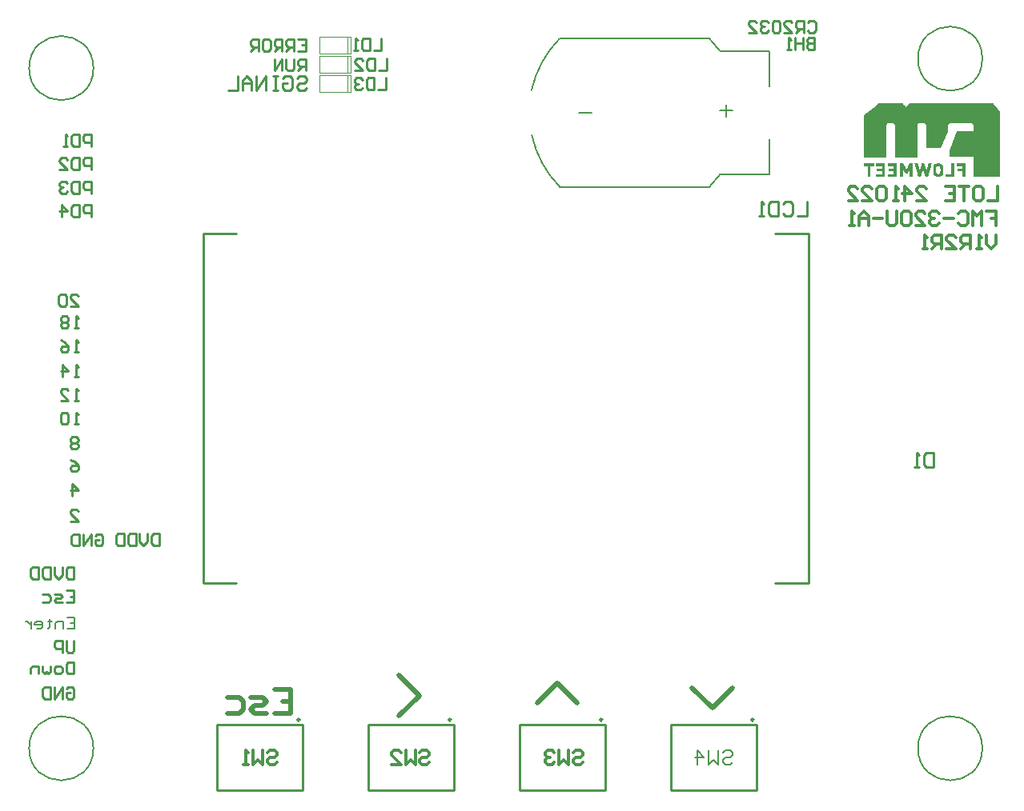
<source format=gbo>
G04*
G04 #@! TF.GenerationSoftware,Altium Limited,Altium Designer,24.4.1 (13)*
G04*
G04 Layer_Color=32896*
%FSLAX44Y44*%
%MOMM*%
G71*
G04*
G04 #@! TF.SameCoordinates,FF2F9DB4-C514-40A0-8A38-6625478132A2*
G04*
G04*
G04 #@! TF.FilePolarity,Positive*
G04*
G01*
G75*
%ADD10C,0.2000*%
%ADD12C,0.3000*%
%ADD13C,0.2500*%
%ADD15C,0.2540*%
%ADD17C,0.1000*%
%ADD57C,0.5000*%
G36*
X1045720Y742101D02*
X1046081D01*
Y741377D01*
X1046443D01*
Y741016D01*
X1046804D01*
Y740654D01*
X1047166D01*
Y740293D01*
X1047527D01*
Y739931D01*
X1047889D01*
Y739570D01*
X1048251D01*
Y738847D01*
X1048612D01*
Y738485D01*
X1048974D01*
Y738123D01*
X1049335D01*
Y737762D01*
X1049697D01*
Y737400D01*
X1050058D01*
Y737039D01*
X1050420D01*
Y736316D01*
X1050781D01*
Y735954D01*
X1051143D01*
Y735593D01*
X1051504D01*
Y735231D01*
X1051866D01*
Y734870D01*
X1052227D01*
Y734508D01*
X1052589D01*
Y664730D01*
X1024389D01*
Y686061D01*
X999803D01*
Y686423D01*
X999442D01*
Y693653D01*
X999803D01*
Y694377D01*
X1000165D01*
Y695461D01*
X1000527D01*
Y696184D01*
X1000888D01*
Y697269D01*
X1001250D01*
Y698354D01*
X1001611D01*
Y699077D01*
X1001973D01*
Y700161D01*
X1002334D01*
Y700884D01*
X1002696D01*
Y701969D01*
X1003057D01*
Y702692D01*
X1003419D01*
Y703777D01*
X1003780D01*
Y704861D01*
X1004142D01*
Y705584D01*
X1004503D01*
Y706669D01*
X1004865D01*
Y707392D01*
X1005227D01*
Y708477D01*
X1005588D01*
Y709561D01*
X1005950D01*
Y710285D01*
X1006311D01*
Y711369D01*
X1006673D01*
Y712454D01*
X1007034D01*
Y712815D01*
X1024750D01*
Y719685D01*
X1024389D01*
Y720046D01*
X1024027D01*
Y720408D01*
X1023665D01*
Y721131D01*
X1023304D01*
Y721492D01*
X1022942D01*
Y721854D01*
X999803D01*
Y721492D01*
X999442D01*
Y721131D01*
X999080D01*
Y720769D01*
X998719D01*
Y720408D01*
X998357D01*
Y720046D01*
X997996D01*
Y719685D01*
X997634D01*
Y712454D01*
X997273D01*
Y711369D01*
X996911D01*
Y710646D01*
X996550D01*
Y709923D01*
X996188D01*
Y708838D01*
X995826D01*
Y708115D01*
X995465D01*
Y707392D01*
X995103D01*
Y706308D01*
X994742D01*
Y705584D01*
X994380D01*
Y704861D01*
X994019D01*
Y703777D01*
X993657D01*
Y703054D01*
X993296D01*
Y701969D01*
X992934D01*
Y701246D01*
X992572D01*
Y700523D01*
X992211D01*
Y699438D01*
X991849D01*
Y698715D01*
X991488D01*
Y697992D01*
X991126D01*
Y696907D01*
X990765D01*
Y696184D01*
X990403D01*
Y695461D01*
X974495D01*
Y720408D01*
X974134D01*
Y720769D01*
X973772D01*
Y721131D01*
X973411D01*
Y721492D01*
X973049D01*
Y721854D01*
X966903D01*
Y721492D01*
X966180D01*
Y721131D01*
X965818D01*
Y720408D01*
X965456D01*
Y720046D01*
X965095D01*
Y685338D01*
X941956D01*
Y684976D01*
X941595D01*
Y720408D01*
X941233D01*
Y720769D01*
X940872D01*
Y721131D01*
X940510D01*
Y721492D01*
X940148D01*
Y721854D01*
X934002D01*
Y721492D01*
X933641D01*
Y721131D01*
X933279D01*
Y720769D01*
X932917D01*
Y720046D01*
X932556D01*
Y685338D01*
X909055D01*
Y730170D01*
X909417D01*
Y730531D01*
X909779D01*
Y730893D01*
X910140D01*
Y731254D01*
X910863D01*
Y731616D01*
X911225D01*
Y731977D01*
X911586D01*
Y732339D01*
X911948D01*
Y732700D01*
X912671D01*
Y733062D01*
X913033D01*
Y733423D01*
X913394D01*
Y733785D01*
X913756D01*
Y734146D01*
X914479D01*
Y734508D01*
X914840D01*
Y734870D01*
X915202D01*
Y735231D01*
X915563D01*
Y735593D01*
X916286D01*
Y735954D01*
X916648D01*
Y736316D01*
X917010D01*
Y736677D01*
X917733D01*
Y737039D01*
X918094D01*
Y737400D01*
X918456D01*
Y737762D01*
X918817D01*
Y738123D01*
X919540D01*
Y738485D01*
X919902D01*
Y738847D01*
X920263D01*
Y739208D01*
X920625D01*
Y739570D01*
X921348D01*
Y739931D01*
X921710D01*
Y740293D01*
X922071D01*
Y740654D01*
X922433D01*
Y741016D01*
X923156D01*
Y741377D01*
X923517D01*
Y741739D01*
X923879D01*
Y742101D01*
X924240D01*
Y742462D01*
X949910D01*
Y742101D01*
X950272D01*
Y741739D01*
X950633D01*
Y741377D01*
X950995D01*
Y741016D01*
X951356D01*
Y740654D01*
X951718D01*
Y740293D01*
X952079D01*
Y739931D01*
X952441D01*
Y739570D01*
X952803D01*
Y739208D01*
X953164D01*
Y738847D01*
X953887D01*
Y739208D01*
X954249D01*
Y739570D01*
X954610D01*
Y739931D01*
X954972D01*
Y740293D01*
X955333D01*
Y740654D01*
X955695D01*
Y741016D01*
X956056D01*
Y741377D01*
X956418D01*
Y741739D01*
X956779D01*
Y742101D01*
X957141D01*
Y742462D01*
X1045720D01*
Y742101D01*
D02*
G37*
G36*
X960395Y664730D02*
X957141D01*
Y671599D01*
X956779D01*
Y671238D01*
X956418D01*
Y670515D01*
X956056D01*
Y669791D01*
X955695D01*
Y669430D01*
X955333D01*
Y668707D01*
X954972D01*
Y668345D01*
X952441D01*
Y669068D01*
X952079D01*
Y669430D01*
X951718D01*
Y670153D01*
X951356D01*
Y670876D01*
X950995D01*
Y671599D01*
X950272D01*
Y664730D01*
X947018D01*
Y679192D01*
X950633D01*
Y678468D01*
X950995D01*
Y677745D01*
X951356D01*
Y677022D01*
X951718D01*
Y676299D01*
X952079D01*
Y675576D01*
X952441D01*
Y674853D01*
X952803D01*
Y674130D01*
X953164D01*
Y673407D01*
X953526D01*
Y672684D01*
X953887D01*
Y673045D01*
X954249D01*
Y673768D01*
X954610D01*
Y674492D01*
X954972D01*
Y675215D01*
X955333D01*
Y675938D01*
X955695D01*
Y676661D01*
X956056D01*
Y677384D01*
X956418D01*
Y678107D01*
X956779D01*
Y678830D01*
X957141D01*
Y679192D01*
X960395D01*
Y664730D01*
D02*
G37*
G36*
X980641Y678468D02*
X980280D01*
Y677384D01*
X979918D01*
Y675938D01*
X979557D01*
Y674492D01*
X979195D01*
Y673407D01*
X978834D01*
Y671961D01*
X978472D01*
Y670515D01*
X978111D01*
Y669430D01*
X977749D01*
Y667984D01*
X977388D01*
Y666537D01*
X977026D01*
Y665453D01*
X976665D01*
Y664730D01*
X973772D01*
Y665815D01*
X973411D01*
Y666899D01*
X973049D01*
Y667984D01*
X972688D01*
Y669068D01*
X972326D01*
Y670153D01*
X971964D01*
Y671238D01*
X971603D01*
Y671961D01*
X971241D01*
Y671238D01*
X970880D01*
Y670153D01*
X970518D01*
Y669068D01*
X970157D01*
Y667622D01*
X969795D01*
Y666537D01*
X969434D01*
Y665453D01*
X969072D01*
Y664730D01*
X966180D01*
Y665815D01*
X965818D01*
Y666899D01*
X965456D01*
Y668345D01*
X965095D01*
Y669791D01*
X964734D01*
Y670876D01*
X964372D01*
Y672322D01*
X964010D01*
Y673407D01*
X963649D01*
Y674853D01*
X963287D01*
Y676299D01*
X962926D01*
Y677384D01*
X962564D01*
Y678830D01*
X962203D01*
Y679192D01*
X965818D01*
Y678468D01*
X966180D01*
Y677022D01*
X966541D01*
Y675576D01*
X966903D01*
Y674130D01*
X967264D01*
Y672684D01*
X967626D01*
Y671599D01*
X967987D01*
Y672322D01*
X968349D01*
Y673407D01*
X968710D01*
Y674492D01*
X969072D01*
Y675938D01*
X969434D01*
Y677022D01*
X969795D01*
Y678107D01*
X970157D01*
Y679192D01*
X972688D01*
Y678468D01*
X973049D01*
Y677384D01*
X973411D01*
Y676299D01*
X973772D01*
Y674853D01*
X974134D01*
Y673768D01*
X974495D01*
Y672684D01*
X974857D01*
Y671599D01*
X975218D01*
Y672322D01*
X975580D01*
Y673407D01*
X975941D01*
Y675215D01*
X976303D01*
Y676661D01*
X976665D01*
Y678107D01*
X977026D01*
Y679192D01*
X980641D01*
Y678468D01*
D02*
G37*
G36*
X1016434Y664730D02*
X1013181D01*
Y670515D01*
X1007757D01*
Y673407D01*
X1013181D01*
Y676299D01*
X1007034D01*
Y679192D01*
X1016434D01*
Y664730D01*
D02*
G37*
G36*
X1004142D02*
X994742D01*
Y667622D01*
X1000888D01*
Y679192D01*
X1004142D01*
Y664730D01*
D02*
G37*
G36*
X989319Y678830D02*
X990042D01*
Y678468D01*
X990765D01*
Y678107D01*
X991126D01*
Y677745D01*
X991488D01*
Y677384D01*
X991849D01*
Y677022D01*
X992211D01*
Y676299D01*
X992572D01*
Y674853D01*
X992934D01*
Y669430D01*
X992572D01*
Y667622D01*
X992211D01*
Y666899D01*
X991849D01*
Y666537D01*
X991488D01*
Y666176D01*
X991126D01*
Y665815D01*
X990765D01*
Y665453D01*
X990042D01*
Y665091D01*
X989319D01*
Y664730D01*
X985703D01*
Y665091D01*
X984980D01*
Y665453D01*
X984257D01*
Y665815D01*
X983895D01*
Y666176D01*
X983172D01*
Y666899D01*
X982811D01*
Y667261D01*
X982449D01*
Y668345D01*
X982088D01*
Y675576D01*
X982449D01*
Y676661D01*
X982811D01*
Y677384D01*
X983172D01*
Y677745D01*
X983534D01*
Y678107D01*
X984257D01*
Y678468D01*
X984619D01*
Y678830D01*
X985703D01*
Y679192D01*
X989319D01*
Y678830D01*
D02*
G37*
G36*
X943764Y664730D02*
X934002D01*
Y667622D01*
X940510D01*
Y670515D01*
X935087D01*
Y673407D01*
X940510D01*
Y676299D01*
X934002D01*
Y679192D01*
X943764D01*
Y664730D01*
D02*
G37*
G36*
X931110D02*
X921710D01*
Y667622D01*
X927856D01*
Y670515D01*
X922433D01*
Y673407D01*
X927856D01*
Y676299D01*
X921710D01*
Y679192D01*
X931110D01*
Y664730D01*
D02*
G37*
G36*
X919540Y676299D02*
X915925D01*
Y664730D01*
X912671D01*
Y676299D01*
X909055D01*
Y679192D01*
X919540D01*
Y676299D01*
D02*
G37*
%LPC*%
G36*
X988234D02*
X986426D01*
Y675938D01*
X986065D01*
Y675576D01*
X985703D01*
Y675215D01*
Y674853D01*
X985342D01*
Y674492D01*
Y674130D01*
Y673768D01*
Y673407D01*
Y673045D01*
Y672684D01*
Y672322D01*
Y671961D01*
Y671599D01*
Y671238D01*
Y670876D01*
Y670515D01*
Y670153D01*
Y669791D01*
Y669430D01*
Y669068D01*
X985703D01*
Y668707D01*
Y668345D01*
X986065D01*
Y667984D01*
X986426D01*
Y667622D01*
X988234D01*
Y667984D01*
X988957D01*
Y668345D01*
Y668707D01*
X989319D01*
Y669068D01*
Y669430D01*
Y669791D01*
Y670153D01*
Y670515D01*
X989680D01*
Y670876D01*
Y671238D01*
Y671599D01*
Y671961D01*
Y672322D01*
Y672684D01*
Y673045D01*
X989319D01*
Y673407D01*
Y673768D01*
Y674130D01*
Y674492D01*
Y674853D01*
Y675215D01*
X988957D01*
Y675576D01*
Y675938D01*
X988234D01*
Y676299D01*
D02*
G37*
%LPD*%
D10*
X586907Y811115D02*
G03*
X557295Y756462I79343J-78339D01*
G01*
X745587Y654431D02*
G03*
X756641Y667494I-79337J78345D01*
G01*
X756802Y797863D02*
G03*
X745107Y811634I-90556J-65053D01*
G01*
X557638Y708929D02*
G03*
X587250Y654276I108955J23686D01*
G01*
X94000Y780000D02*
G03*
X94000Y780000I-34000J0D01*
G01*
Y60000D02*
G03*
X94000Y60000I-34000J0D01*
G01*
X1034000Y790000D02*
G03*
X1034000Y790000I-34000J0D01*
G01*
Y60000D02*
G03*
X1034000Y60000I-34000J0D01*
G01*
X587250Y811276D02*
X745250Y811776D01*
X587250Y654276D02*
X745250D01*
X757250Y797776D02*
X809000D01*
X757250Y667776D02*
X808750D01*
X809000Y761026D02*
Y797776D01*
X808750Y667776D02*
Y704526D01*
X607500Y733026D02*
X620829D01*
X756250Y734862D02*
X769579D01*
X762915Y728197D02*
Y741526D01*
X66003Y198522D02*
X74000D01*
Y186526D01*
X66003D01*
X74000Y192524D02*
X70001D01*
X62004Y186526D02*
Y194523D01*
X56006D01*
X54006Y192524D01*
Y186526D01*
X48008Y196523D02*
Y194523D01*
X50008D01*
X46009D01*
X48008D01*
Y188525D01*
X46009Y186526D01*
X34013D02*
X38012D01*
X40011Y188525D01*
Y192524D01*
X38012Y194523D01*
X34013D01*
X32014Y192524D01*
Y190525D01*
X40011D01*
X28015Y194523D02*
Y186526D01*
Y190525D01*
X26016Y192524D01*
X24016Y194523D01*
X22017D01*
X759747Y55024D02*
X762246Y57524D01*
X767244D01*
X769743Y55024D01*
Y52525D01*
X767244Y50026D01*
X762246D01*
X759747Y47527D01*
Y45028D01*
X762246Y42528D01*
X767244D01*
X769743Y45028D01*
X754748Y57524D02*
Y42528D01*
X749750Y47527D01*
X744752Y42528D01*
Y57524D01*
X732256Y42528D02*
Y57524D01*
X739753Y50026D01*
X729756D01*
D12*
X1038503Y628689D02*
X1048500D01*
Y621192D01*
X1043502D01*
X1048500D01*
Y613694D01*
X1033505D02*
Y628689D01*
X1028506Y623691D01*
X1023508Y628689D01*
Y613694D01*
X1008513Y626190D02*
X1011012Y628689D01*
X1016011D01*
X1018510Y626190D01*
Y616193D01*
X1016011Y613694D01*
X1011012D01*
X1008513Y616193D01*
X1003515Y621192D02*
X993518D01*
X988519Y626190D02*
X986020Y628689D01*
X981022D01*
X978523Y626190D01*
Y623691D01*
X981022Y621192D01*
X983521D01*
X981022D01*
X978523Y618693D01*
Y616193D01*
X981022Y613694D01*
X986020D01*
X988519Y616193D01*
X963528Y613694D02*
X973524D01*
X963528Y623691D01*
Y626190D01*
X966027Y628689D01*
X971025D01*
X973524Y626190D01*
X958529D02*
X956030Y628689D01*
X951032D01*
X948532Y626190D01*
Y616193D01*
X951032Y613694D01*
X956030D01*
X958529Y616193D01*
Y626190D01*
X943534Y628689D02*
Y616193D01*
X941035Y613694D01*
X936036D01*
X933537Y616193D01*
Y628689D01*
X928539Y621192D02*
X918542D01*
X913544Y613694D02*
Y623691D01*
X908545Y628689D01*
X903547Y623691D01*
Y613694D01*
Y621192D01*
X913544D01*
X898549Y613694D02*
X893550D01*
X896049D01*
Y628689D01*
X898549Y626190D01*
X1048500Y603495D02*
Y593498D01*
X1043502Y588500D01*
X1038503Y593498D01*
Y603495D01*
X1033505Y588500D02*
X1028506D01*
X1031006D01*
Y603495D01*
X1033505Y600996D01*
X1021009Y588500D02*
Y603495D01*
X1013511D01*
X1011012Y600996D01*
Y595998D01*
X1013511Y593498D01*
X1021009D01*
X1016011D02*
X1011012Y588500D01*
X996017D02*
X1006014D01*
X996017Y598497D01*
Y600996D01*
X998516Y603495D01*
X1003515D01*
X1006014Y600996D01*
X991019Y588500D02*
Y603495D01*
X983521D01*
X981022Y600996D01*
Y595998D01*
X983521Y593498D01*
X991019D01*
X986020D02*
X981022Y588500D01*
X976023D02*
X971025D01*
X973524D01*
Y603495D01*
X976023Y600996D01*
X1049750Y654495D02*
Y639500D01*
X1039753D01*
X1027257Y654495D02*
X1032256D01*
X1034755Y651996D01*
Y641999D01*
X1032256Y639500D01*
X1027257D01*
X1024758Y641999D01*
Y651996D01*
X1027257Y654495D01*
X1019760D02*
X1009763D01*
X1014761D01*
Y639500D01*
X994768Y654495D02*
X1004765D01*
Y639500D01*
X994768D01*
X1004765Y646998D02*
X999766D01*
X964778Y639500D02*
X974774D01*
X964778Y649497D01*
Y651996D01*
X967277Y654495D01*
X972275D01*
X974774Y651996D01*
X952282Y639500D02*
Y654495D01*
X959779Y646998D01*
X949782D01*
X944784Y639500D02*
X939786D01*
X942285D01*
Y654495D01*
X944784Y651996D01*
X932288D02*
X929789Y654495D01*
X924790D01*
X922291Y651996D01*
Y641999D01*
X924790Y639500D01*
X929789D01*
X932288Y641999D01*
Y651996D01*
X907296Y639500D02*
X917293D01*
X907296Y649497D01*
Y651996D01*
X909795Y654495D01*
X914794D01*
X917293Y651996D01*
X892301Y639500D02*
X902298D01*
X892301Y649497D01*
Y651996D01*
X894800Y654495D01*
X899799D01*
X902298Y651996D01*
X601497Y55524D02*
X603996Y58024D01*
X608994D01*
X611493Y55524D01*
Y53025D01*
X608994Y50526D01*
X603996D01*
X601497Y48027D01*
Y45528D01*
X603996Y43028D01*
X608994D01*
X611493Y45528D01*
X596498Y58024D02*
Y43028D01*
X591500Y48027D01*
X586502Y43028D01*
Y58024D01*
X581503Y55524D02*
X579004Y58024D01*
X574006D01*
X571507Y55524D01*
Y53025D01*
X574006Y50526D01*
X576505D01*
X574006D01*
X571507Y48027D01*
Y45528D01*
X574006Y43028D01*
X579004D01*
X581503Y45528D01*
X439247Y55524D02*
X441746Y58024D01*
X446744D01*
X449244Y55524D01*
Y53025D01*
X446744Y50526D01*
X441746D01*
X439247Y48027D01*
Y45528D01*
X441746Y43028D01*
X446744D01*
X449244Y45528D01*
X434248Y58024D02*
Y43028D01*
X429250Y48027D01*
X424252Y43028D01*
Y58024D01*
X409257Y43028D02*
X419253D01*
X409257Y53025D01*
Y55524D01*
X411756Y58024D01*
X416754D01*
X419253Y55524D01*
X277997Y55274D02*
X280497Y57774D01*
X285495D01*
X287994Y55274D01*
Y52775D01*
X285495Y50276D01*
X280497D01*
X277997Y47777D01*
Y45278D01*
X280497Y42778D01*
X285495D01*
X287994Y45278D01*
X272999Y57774D02*
Y42778D01*
X268001Y47777D01*
X263002Y42778D01*
Y57774D01*
X258004Y42778D02*
X253006D01*
X255505D01*
Y57774D01*
X258004Y55274D01*
D13*
X792250Y90276D02*
G03*
X792250Y90276I-1250J0D01*
G01*
X632250D02*
G03*
X632250Y90276I-1250J0D01*
G01*
X472250D02*
G03*
X472250Y90276I-1250J0D01*
G01*
X312250D02*
G03*
X312250Y90276I-1250J0D01*
G01*
X91500Y672517D02*
Y685013D01*
X85252D01*
X83169Y682931D01*
Y678765D01*
X85252Y676683D01*
X91500D01*
X79004Y685013D02*
Y672517D01*
X72756D01*
X70673Y674600D01*
Y682931D01*
X72756Y685013D01*
X79004D01*
X58177Y672517D02*
X66508D01*
X58177Y680848D01*
Y682931D01*
X60260Y685013D01*
X64425D01*
X66508Y682931D01*
X91500Y647509D02*
Y660005D01*
X85252D01*
X83169Y657922D01*
Y653757D01*
X85252Y651674D01*
X91500D01*
X79004Y660005D02*
Y647509D01*
X72756D01*
X70673Y649591D01*
Y657922D01*
X72756Y660005D01*
X79004D01*
X66508Y657922D02*
X64425Y660005D01*
X60260D01*
X58177Y657922D01*
Y655839D01*
X60260Y653757D01*
X62343D01*
X60260D01*
X58177Y651674D01*
Y649591D01*
X60260Y647509D01*
X64425D01*
X66508Y649591D01*
X91500Y622500D02*
Y634996D01*
X85252D01*
X83169Y632913D01*
Y628748D01*
X85252Y626665D01*
X91500D01*
X79004Y634996D02*
Y622500D01*
X72756D01*
X70673Y624583D01*
Y632913D01*
X72756Y634996D01*
X79004D01*
X60260Y622500D02*
Y634996D01*
X66508Y628748D01*
X58177D01*
X91500Y697526D02*
Y710022D01*
X85252D01*
X83169Y707939D01*
Y703774D01*
X85252Y701691D01*
X91500D01*
X79004Y710022D02*
Y697526D01*
X72756D01*
X70673Y699609D01*
Y707939D01*
X72756Y710022D01*
X79004D01*
X66508Y697526D02*
X62343D01*
X64425D01*
Y710022D01*
X66508Y707939D01*
X95669Y284689D02*
X97752Y286772D01*
X101917D01*
X104000Y284689D01*
Y276359D01*
X101917Y274276D01*
X97752D01*
X95669Y276359D01*
Y280524D01*
X99835D01*
X91504Y274276D02*
Y286772D01*
X83173Y274276D01*
Y286772D01*
X79008D02*
Y274276D01*
X72760D01*
X70677Y276359D01*
Y284689D01*
X72760Y286772D01*
X79008D01*
X73500Y173996D02*
Y163583D01*
X71417Y161500D01*
X67252D01*
X65169Y163583D01*
Y173996D01*
X61004Y161500D02*
Y173996D01*
X54756D01*
X52673Y171913D01*
Y167748D01*
X54756Y165665D01*
X61004D01*
X65169Y227022D02*
X73500D01*
Y214526D01*
X65169D01*
X73500Y220774D02*
X69335D01*
X61004Y214526D02*
X54756D01*
X52673Y216609D01*
X54756Y218691D01*
X58921D01*
X61004Y220774D01*
X58921Y222857D01*
X52673D01*
X40177D02*
X46425D01*
X48508Y220774D01*
Y216609D01*
X46425Y214526D01*
X40177D01*
X73500Y251772D02*
Y239276D01*
X67252D01*
X65169Y241359D01*
Y249689D01*
X67252Y251772D01*
X73500D01*
X61004D02*
Y243441D01*
X56839Y239276D01*
X52673Y243441D01*
Y251772D01*
X48508D02*
Y239276D01*
X42260D01*
X40177Y241359D01*
Y249689D01*
X42260Y251772D01*
X48508D01*
X36012D02*
Y239276D01*
X29764D01*
X27682Y241359D01*
Y249689D01*
X29764Y251772D01*
X36012D01*
X163750Y287272D02*
Y274776D01*
X157502D01*
X155419Y276859D01*
Y285189D01*
X157502Y287272D01*
X163750D01*
X151254D02*
Y278941D01*
X147089Y274776D01*
X142923Y278941D01*
Y287272D01*
X138758D02*
Y274776D01*
X132510D01*
X130428Y276859D01*
Y285189D01*
X132510Y287272D01*
X138758D01*
X126262D02*
Y274776D01*
X120014D01*
X117931Y276859D01*
Y285189D01*
X120014Y287272D01*
X126262D01*
X73500Y151272D02*
Y138776D01*
X67252D01*
X65169Y140859D01*
Y149189D01*
X67252Y151272D01*
X73500D01*
X58921Y138776D02*
X54756D01*
X52673Y140859D01*
Y145024D01*
X54756Y147107D01*
X58921D01*
X61004Y145024D01*
Y140859D01*
X58921Y138776D01*
X48508Y147107D02*
Y140859D01*
X46425Y138776D01*
X44343Y140859D01*
X42260Y138776D01*
X40177Y140859D01*
Y147107D01*
X36012Y138776D02*
Y147107D01*
X29764D01*
X27682Y145024D01*
Y138776D01*
X65169Y122689D02*
X67252Y124772D01*
X71417D01*
X73500Y122689D01*
Y114359D01*
X71417Y112276D01*
X67252D01*
X65169Y114359D01*
Y118524D01*
X69335D01*
X61004Y112276D02*
Y124772D01*
X52673Y112276D01*
Y124772D01*
X48508D02*
Y112276D01*
X42260D01*
X40177Y114359D01*
Y122689D01*
X42260Y124772D01*
X48508D01*
X78000Y403026D02*
X73835D01*
X75917D01*
Y415522D01*
X78000Y413439D01*
X67587D02*
X65504Y415522D01*
X61339D01*
X59256Y413439D01*
Y405109D01*
X61339Y403026D01*
X65504D01*
X67587Y405109D01*
Y413439D01*
X78000Y504776D02*
X73835D01*
X75917D01*
Y517272D01*
X78000Y515189D01*
X67587D02*
X65504Y517272D01*
X61339D01*
X59256Y515189D01*
Y513107D01*
X61339Y511024D01*
X59256Y508941D01*
Y506859D01*
X61339Y504776D01*
X65504D01*
X67587Y506859D01*
Y508941D01*
X65504Y511024D01*
X67587Y513107D01*
Y515189D01*
X65504Y511024D02*
X61339D01*
X78000Y428276D02*
X73835D01*
X75917D01*
Y440772D01*
X78000Y438689D01*
X59256Y428276D02*
X67587D01*
X59256Y436607D01*
Y438689D01*
X61339Y440772D01*
X65504D01*
X67587Y438689D01*
X78000Y453276D02*
X73835D01*
X75917D01*
Y465772D01*
X78000Y463689D01*
X61339Y453276D02*
Y465772D01*
X67587Y459524D01*
X59256D01*
X78000Y479526D02*
X73835D01*
X75917D01*
Y492022D01*
X78000Y489939D01*
X59256Y492022D02*
X63421Y489939D01*
X67587Y485774D01*
Y481609D01*
X65504Y479526D01*
X61339D01*
X59256Y481609D01*
Y483691D01*
X61339Y485774D01*
X67587D01*
X69669Y528026D02*
X78000D01*
X69669Y536357D01*
Y538439D01*
X71752Y540522D01*
X75917D01*
X78000Y538439D01*
X65504D02*
X63421Y540522D01*
X59256D01*
X57173Y538439D01*
Y530109D01*
X59256Y528026D01*
X63421D01*
X65504Y530109D01*
Y538439D01*
X69669Y300276D02*
X78000D01*
X69669Y308607D01*
Y310689D01*
X71752Y312772D01*
X75917D01*
X78000Y310689D01*
X71752Y327026D02*
Y339522D01*
X78000Y333274D01*
X69669D01*
X78000Y387439D02*
X75917Y389522D01*
X71752D01*
X69669Y387439D01*
Y385357D01*
X71752Y383274D01*
X69669Y381191D01*
Y379109D01*
X71752Y377026D01*
X75917D01*
X78000Y379109D01*
Y381191D01*
X75917Y383274D01*
X78000Y385357D01*
Y387439D01*
X75917Y383274D02*
X71752D01*
X69669Y365522D02*
X73835Y363439D01*
X78000Y359274D01*
Y355109D01*
X75917Y353026D01*
X71752D01*
X69669Y355109D01*
Y357191D01*
X71752Y359274D01*
X78000D01*
X856579Y812248D02*
Y799752D01*
X850331D01*
X848248Y801835D01*
Y803917D01*
X850331Y806000D01*
X856579D01*
X850331D01*
X848248Y808083D01*
Y810165D01*
X850331Y812248D01*
X856579D01*
X844083D02*
Y799752D01*
Y806000D01*
X835752D01*
Y812248D01*
Y799752D01*
X831587D02*
X827421D01*
X829504D01*
Y812248D01*
X831587Y810165D01*
X849325Y828165D02*
X851407Y830248D01*
X855573D01*
X857655Y828165D01*
Y819835D01*
X855573Y817752D01*
X851407D01*
X849325Y819835D01*
X845159Y817752D02*
Y830248D01*
X838911D01*
X836829Y828165D01*
Y824000D01*
X838911Y821917D01*
X845159D01*
X840994D02*
X836829Y817752D01*
X824333D02*
X832663D01*
X824333Y826083D01*
Y828165D01*
X826415Y830248D01*
X830581D01*
X832663Y828165D01*
X820167D02*
X818085Y830248D01*
X813919D01*
X811837Y828165D01*
Y819835D01*
X813919Y817752D01*
X818085D01*
X820167Y819835D01*
Y828165D01*
X807671D02*
X805589Y830248D01*
X801423D01*
X799341Y828165D01*
Y826083D01*
X801423Y824000D01*
X803506D01*
X801423D01*
X799341Y821917D01*
Y819835D01*
X801423Y817752D01*
X805589D01*
X807671Y819835D01*
X786845Y817752D02*
X795175D01*
X786845Y826083D01*
Y828165D01*
X788927Y830248D01*
X793093D01*
X795175Y828165D01*
X398589Y811450D02*
Y798954D01*
X390258D01*
X386093Y811450D02*
Y798954D01*
X379845D01*
X377762Y801037D01*
Y809367D01*
X379845Y811450D01*
X386093D01*
X373597Y798954D02*
X369431D01*
X371514D01*
Y811450D01*
X373597Y809367D01*
X310327Y810774D02*
X318657D01*
Y798278D01*
X310327D01*
X318657Y804526D02*
X314492D01*
X306161Y798278D02*
Y810774D01*
X299913D01*
X297831Y808691D01*
Y804526D01*
X299913Y802443D01*
X306161D01*
X301996D02*
X297831Y798278D01*
X293665D02*
Y810774D01*
X287417D01*
X285335Y808691D01*
Y804526D01*
X287417Y802443D01*
X293665D01*
X289500D02*
X285335Y798278D01*
X274921Y810774D02*
X279087D01*
X281169Y808691D01*
Y800361D01*
X279087Y798278D01*
X274921D01*
X272839Y800361D01*
Y808691D01*
X274921Y810774D01*
X268673Y798278D02*
Y810774D01*
X262425D01*
X260343Y808691D01*
Y804526D01*
X262425Y802443D01*
X268673D01*
X264508D02*
X260343Y798278D01*
X403973Y790114D02*
Y777618D01*
X395643D01*
X391477Y790114D02*
Y777618D01*
X385229D01*
X383147Y779701D01*
Y788031D01*
X385229Y790114D01*
X391477D01*
X370651Y777618D02*
X378981D01*
X370651Y785949D01*
Y788031D01*
X372733Y790114D01*
X376899D01*
X378981Y788031D01*
X318661Y777278D02*
Y789774D01*
X312413D01*
X310331Y787691D01*
Y783526D01*
X312413Y781443D01*
X318661D01*
X314496D02*
X310331Y777278D01*
X306165Y789774D02*
Y779361D01*
X304083Y777278D01*
X299917D01*
X297835Y779361D01*
Y789774D01*
X293669Y777278D02*
Y789774D01*
X285339Y777278D01*
Y789774D01*
X403465Y769540D02*
Y757044D01*
X395135D01*
X390969Y769540D02*
Y757044D01*
X384721D01*
X382639Y759127D01*
Y767457D01*
X384721Y769540D01*
X390969D01*
X378473Y767457D02*
X376391Y769540D01*
X372225D01*
X370143Y767457D01*
Y765375D01*
X372225Y763292D01*
X374308D01*
X372225D01*
X370143Y761209D01*
Y759127D01*
X372225Y757044D01*
X376391D01*
X378473Y759127D01*
D15*
X815000Y605276D02*
X850040D01*
X815000Y235276D02*
X850040D01*
Y605276D01*
X209960D02*
X245000D01*
X209960Y235276D02*
X245000D01*
X209960D02*
Y605276D01*
X705000Y85276D02*
X795000D01*
X705000Y15276D02*
Y85276D01*
Y15276D02*
X795000D01*
Y85276D01*
X545000D02*
X635000D01*
X545000Y15276D02*
Y85276D01*
Y15276D02*
X635000D01*
Y85276D01*
X385000D02*
X475000D01*
X385000Y15276D02*
Y85276D01*
Y15276D02*
X475000D01*
Y85276D01*
X225000D02*
X315000D01*
X225000Y15276D02*
Y85276D01*
Y15276D02*
X315000D01*
Y85276D01*
X309740Y769104D02*
X312279Y771644D01*
X317357D01*
X319896Y769104D01*
Y766565D01*
X317357Y764026D01*
X312279D01*
X309740Y761487D01*
Y758948D01*
X312279Y756408D01*
X317357D01*
X319896Y758948D01*
X294505Y769104D02*
X297044Y771644D01*
X302122D01*
X304661Y769104D01*
Y758948D01*
X302122Y756408D01*
X297044D01*
X294505Y758948D01*
Y764026D01*
X299583D01*
X289426Y771644D02*
X284348D01*
X286887D01*
Y756408D01*
X289426D01*
X284348D01*
X276730D02*
Y771644D01*
X266574Y756408D01*
Y771644D01*
X261495Y756408D02*
Y766565D01*
X256417Y771644D01*
X251339Y766565D01*
Y756408D01*
Y764026D01*
X261495D01*
X246260Y771644D02*
Y756408D01*
X236103D01*
X848830Y639081D02*
Y623846D01*
X838673D01*
X823438Y636542D02*
X825977Y639081D01*
X831056D01*
X833595Y636542D01*
Y626385D01*
X831056Y623846D01*
X825977D01*
X823438Y626385D01*
X818360Y639081D02*
Y623846D01*
X810742D01*
X808203Y626385D01*
Y636542D01*
X810742Y639081D01*
X818360D01*
X803125Y623846D02*
X798046D01*
X800586D01*
Y639081D01*
X803125Y636542D01*
X982407Y372644D02*
Y357408D01*
X974789D01*
X972250Y359948D01*
Y370104D01*
X974789Y372644D01*
X982407D01*
X967172Y357408D02*
X962093D01*
X964632D01*
Y372644D01*
X967172Y370104D01*
D17*
X332750Y795526D02*
Y813526D01*
Y795526D02*
X365750D01*
X332750Y813526D02*
X365750D01*
Y795526D02*
Y813526D01*
X362750Y795526D02*
Y813526D01*
X333000Y774776D02*
Y792776D01*
Y774776D02*
X366000D01*
X333000Y792776D02*
X366000D01*
Y774776D02*
Y792776D01*
X363000Y774776D02*
Y792776D01*
X332750Y754776D02*
Y772776D01*
Y754776D02*
X365750D01*
X332750Y772776D02*
X365750D01*
Y754776D02*
Y772776D01*
X362750Y754776D02*
Y772776D01*
D57*
X748452Y102606D02*
X769915Y124069D01*
X726989D02*
X748452Y102606D01*
X584464Y128958D02*
X605927Y107495D01*
X563001D02*
X584464Y128958D01*
X417254Y137202D02*
X438590Y115866D01*
X417000Y94276D02*
X438590Y115866D01*
X285589Y122018D02*
X302250D01*
Y97026D01*
X285589D01*
X302250Y109522D02*
X293919D01*
X277258Y97026D02*
X264762D01*
X260597Y101191D01*
X264762Y105357D01*
X273093D01*
X277258Y109522D01*
X273093Y113687D01*
X260597D01*
X235605D02*
X248101D01*
X252266Y109522D01*
Y101191D01*
X248101Y97026D01*
X235605D01*
M02*

</source>
